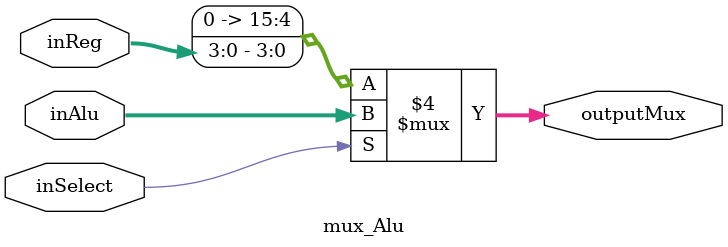
<source format=v>
`timescale 1ns / 1ps

module mux_Alu(inReg, inAlu, inSelect, outputMux);

//Input from the Input Register
input [3:0] inReg;

//input From ALU
input [15:0] inAlu;

//Selector for what is gonna be the output
input inSelect;

//the output that enter on ACCRegister
output reg [15:0] outputMux;

//fire when somenthing of the inputs change
always @ (*)
    
    //if select = 0, then the output will be the input reg
    if(inSelect == 0)
        outputMux <= inReg;
        //else, the output will be the Alu output
    else 
        outputMux <= inAlu;

endmodule

</source>
